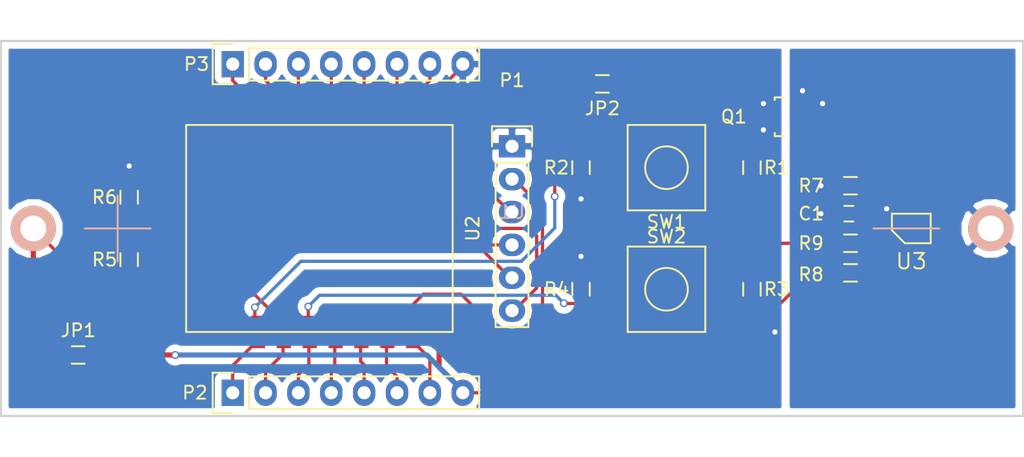
<source format=kicad_pcb>
(kicad_pcb (version 4) (host pcbnew 4.0.4+e1-6308~48~ubuntu14.04.1-stable)

  (general
    (links 57)
    (no_connects 0)
    (area 106.274999 86.406666 185.825001 121.873333)
    (thickness 1.6)
    (drawings 4)
    (tracks 209)
    (zones 0)
    (modules 21)
    (nets 25)
  )

  (page A4)
  (layers
    (0 F.Cu signal)
    (31 B.Cu signal)
    (32 B.Adhes user)
    (33 F.Adhes user)
    (34 B.Paste user)
    (35 F.Paste user)
    (36 B.SilkS user)
    (37 F.SilkS user)
    (38 B.Mask user)
    (39 F.Mask user)
    (40 Dwgs.User user)
    (41 Cmts.User user)
    (42 Eco1.User user)
    (43 Eco2.User user)
    (44 Edge.Cuts user)
    (45 Margin user)
    (46 B.CrtYd user)
    (47 F.CrtYd user)
    (48 B.Fab user)
    (49 F.Fab user)
  )

  (setup
    (last_trace_width 0.25)
    (trace_clearance 0.2)
    (zone_clearance 0.508)
    (zone_45_only no)
    (trace_min 0.2)
    (segment_width 0.2)
    (edge_width 0.15)
    (via_size 0.6)
    (via_drill 0.4)
    (via_min_size 0.4)
    (via_min_drill 0.3)
    (uvia_size 0.3)
    (uvia_drill 0.1)
    (uvias_allowed no)
    (uvia_min_size 0.2)
    (uvia_min_drill 0.1)
    (pcb_text_width 0.3)
    (pcb_text_size 1.5 1.5)
    (mod_edge_width 0.15)
    (mod_text_size 1 1)
    (mod_text_width 0.15)
    (pad_size 1.524 1.524)
    (pad_drill 0.762)
    (pad_to_mask_clearance 0.2)
    (aux_axis_origin 0 0)
    (visible_elements FFFEFFFF)
    (pcbplotparams
      (layerselection 0x010f0_80000001)
      (usegerberextensions false)
      (excludeedgelayer true)
      (linewidth 0.100000)
      (plotframeref false)
      (viasonmask false)
      (mode 1)
      (useauxorigin false)
      (hpglpennumber 1)
      (hpglpenspeed 20)
      (hpglpendiameter 15)
      (hpglpenoverlay 2)
      (psnegative false)
      (psa4output false)
      (plotreference true)
      (plotvalue true)
      (plotinvisibletext false)
      (padsonsilk false)
      (subtractmaskfromsilk false)
      (outputformat 1)
      (mirror false)
      (drillshape 0)
      (scaleselection 1)
      (outputdirectory gerbers/))
  )

  (net 0 "")
  (net 1 "Net-(C1-Pad1)")
  (net 2 VSS)
  (net 3 +BATT)
  (net 4 VCC)
  (net 5 /FTDI_VCC)
  (net 6 GND)
  (net 7 /FTDI_CTS)
  (net 8 /FTDI_TX)
  (net 9 /FTDI_RX)
  (net 10 /FTDI_RTS)
  (net 11 /RESET)
  (net 12 /VBAT_MON)
  (net 13 /CH_PD)
  (net 14 /WAKE)
  (net 15 /GPIO14)
  (net 16 /GPIO12)
  (net 17 /GPIO5)
  (net 18 /GPIO4)
  (net 19 /GPIO0)
  (net 20 /GPIO1)
  (net 21 "Net-(U3-Pad1)")
  (net 22 "Net-(U3-Pad2)")
  (net 23 /DOUT)
  (net 24 "Net-(R8-Pad2)")

  (net_class Default "This is the default net class."
    (clearance 0.2)
    (trace_width 0.25)
    (via_dia 0.6)
    (via_drill 0.4)
    (uvia_dia 0.3)
    (uvia_drill 0.1)
    (add_net /CH_PD)
    (add_net /DOUT)
    (add_net /FTDI_CTS)
    (add_net /FTDI_RTS)
    (add_net /FTDI_RX)
    (add_net /FTDI_TX)
    (add_net /FTDI_VCC)
    (add_net /GPIO0)
    (add_net /GPIO1)
    (add_net /GPIO12)
    (add_net /GPIO14)
    (add_net /GPIO4)
    (add_net /GPIO5)
    (add_net /RESET)
    (add_net /VBAT_MON)
    (add_net /WAKE)
    (add_net GND)
    (add_net "Net-(C1-Pad1)")
    (add_net "Net-(R8-Pad2)")
    (add_net "Net-(U3-Pad1)")
    (add_net "Net-(U3-Pad2)")
    (add_net VSS)
  )

  (net_class Power ""
    (clearance 0.2)
    (trace_width 0.4)
    (via_dia 0.6)
    (via_drill 0.4)
    (uvia_dia 0.3)
    (uvia_drill 0.1)
    (add_net +BATT)
    (add_net VCC)
  )

  (module NQBit.pretty:BATT_26650x1 locked (layer B.Cu) (tedit 56D7CA20) (tstamp 582C054B)
    (at 146.05 104.14)
    (path /58280284)
    (fp_text reference U1 (at 0 -1.27) (layer B.SilkS)
      (effects (font (size 1 1) (thickness 0.15)) (justify mirror))
    )
    (fp_text value BATT_26650x1 (at -33.401 -12.954) (layer B.Fab)
      (effects (font (size 1 1) (thickness 0.15)) (justify mirror))
    )
    (fp_line (start 27.94 0) (end 33.02 0) (layer B.SilkS) (width 0.15))
    (fp_line (start -33.02 0) (end -27.94 0) (layer B.SilkS) (width 0.15))
    (fp_line (start -30.48 2.54) (end -30.48 -2.54) (layer B.SilkS) (width 0.15))
    (fp_line (start -39.5 -14.5) (end -39.5 14.5) (layer B.SilkS) (width 0.15))
    (fp_line (start 39.5 -14.5) (end -39.5 -14.5) (layer B.SilkS) (width 0.15))
    (fp_line (start 39.5 14.5) (end 39.5 -14.5) (layer B.SilkS) (width 0.15))
    (fp_line (start -39.5 14.5) (end 39.5 14.5) (layer B.SilkS) (width 0.15))
    (pad 1 thru_hole circle (at -37 0) (size 3.5 3.5) (drill 2) (layers *.Cu *.Mask B.SilkS)
      (net 3 +BATT))
    (pad 2 thru_hole circle (at 37 0) (size 3.5 3.5) (drill 2) (layers *.Cu *.Mask B.SilkS)
      (net 2 VSS))
  )

  (module Capacitors_SMD:C_0603_HandSoldering (layer F.Cu) (tedit 541A9B4D) (tstamp 582C04CF)
    (at 172.085 102.997 180)
    (descr "Capacitor SMD 0603, hand soldering")
    (tags "capacitor 0603")
    (path /582BFC62)
    (attr smd)
    (fp_text reference C1 (at 2.921 0 180) (layer F.SilkS)
      (effects (font (size 1 1) (thickness 0.15)))
    )
    (fp_text value 0.1uF (at 0 1.9 180) (layer F.Fab)
      (effects (font (size 1 1) (thickness 0.15)))
    )
    (fp_line (start -0.8 0.4) (end -0.8 -0.4) (layer F.Fab) (width 0.15))
    (fp_line (start 0.8 0.4) (end -0.8 0.4) (layer F.Fab) (width 0.15))
    (fp_line (start 0.8 -0.4) (end 0.8 0.4) (layer F.Fab) (width 0.15))
    (fp_line (start -0.8 -0.4) (end 0.8 -0.4) (layer F.Fab) (width 0.15))
    (fp_line (start -1.85 -0.75) (end 1.85 -0.75) (layer F.CrtYd) (width 0.05))
    (fp_line (start -1.85 0.75) (end 1.85 0.75) (layer F.CrtYd) (width 0.05))
    (fp_line (start -1.85 -0.75) (end -1.85 0.75) (layer F.CrtYd) (width 0.05))
    (fp_line (start 1.85 -0.75) (end 1.85 0.75) (layer F.CrtYd) (width 0.05))
    (fp_line (start -0.35 -0.6) (end 0.35 -0.6) (layer F.SilkS) (width 0.15))
    (fp_line (start 0.35 0.6) (end -0.35 0.6) (layer F.SilkS) (width 0.15))
    (pad 1 smd rect (at -0.95 0 180) (size 1.2 0.75) (layers F.Cu F.Paste F.Mask)
      (net 1 "Net-(C1-Pad1)"))
    (pad 2 smd rect (at 0.95 0 180) (size 1.2 0.75) (layers F.Cu F.Paste F.Mask)
      (net 2 VSS))
    (model Capacitors_SMD.3dshapes/C_0603_HandSoldering.wrl
      (at (xyz 0 0 0))
      (scale (xyz 1 1 1))
      (rotate (xyz 0 0 0))
    )
  )

  (module Resistors_SMD:R_0603_HandSoldering (layer F.Cu) (tedit 5418A00F) (tstamp 582C04D5)
    (at 112.522 113.919)
    (descr "Resistor SMD 0603, hand soldering")
    (tags "resistor 0603")
    (path /5828485E)
    (attr smd)
    (fp_text reference JP1 (at 0 -1.9) (layer F.SilkS)
      (effects (font (size 1 1) (thickness 0.15)))
    )
    (fp_text value JUMPER (at 0 1.9) (layer F.Fab)
      (effects (font (size 1 1) (thickness 0.15)))
    )
    (fp_line (start -2 -0.8) (end 2 -0.8) (layer F.CrtYd) (width 0.05))
    (fp_line (start -2 0.8) (end 2 0.8) (layer F.CrtYd) (width 0.05))
    (fp_line (start -2 -0.8) (end -2 0.8) (layer F.CrtYd) (width 0.05))
    (fp_line (start 2 -0.8) (end 2 0.8) (layer F.CrtYd) (width 0.05))
    (fp_line (start 0.5 0.675) (end -0.5 0.675) (layer F.SilkS) (width 0.15))
    (fp_line (start -0.5 -0.675) (end 0.5 -0.675) (layer F.SilkS) (width 0.15))
    (pad 1 smd rect (at -1.1 0) (size 1.2 0.9) (layers F.Cu F.Paste F.Mask)
      (net 3 +BATT))
    (pad 2 smd rect (at 1.1 0) (size 1.2 0.9) (layers F.Cu F.Paste F.Mask)
      (net 4 VCC))
    (model Resistors_SMD.3dshapes/R_0603_HandSoldering.wrl
      (at (xyz 0 0 0))
      (scale (xyz 1 1 1))
      (rotate (xyz 0 0 0))
    )
  )

  (module Resistors_SMD:R_0603_HandSoldering (layer F.Cu) (tedit 5418A00F) (tstamp 582C04DB)
    (at 153.035 92.964 180)
    (descr "Resistor SMD 0603, hand soldering")
    (tags "resistor 0603")
    (path /58284C1A)
    (attr smd)
    (fp_text reference JP2 (at 0 -1.9 180) (layer F.SilkS)
      (effects (font (size 1 1) (thickness 0.15)))
    )
    (fp_text value JUMPER (at 0 1.9 180) (layer F.Fab)
      (effects (font (size 1 1) (thickness 0.15)))
    )
    (fp_line (start -2 -0.8) (end 2 -0.8) (layer F.CrtYd) (width 0.05))
    (fp_line (start -2 0.8) (end 2 0.8) (layer F.CrtYd) (width 0.05))
    (fp_line (start -2 -0.8) (end -2 0.8) (layer F.CrtYd) (width 0.05))
    (fp_line (start 2 -0.8) (end 2 0.8) (layer F.CrtYd) (width 0.05))
    (fp_line (start 0.5 0.675) (end -0.5 0.675) (layer F.SilkS) (width 0.15))
    (fp_line (start -0.5 -0.675) (end 0.5 -0.675) (layer F.SilkS) (width 0.15))
    (pad 1 smd rect (at -1.1 0 180) (size 1.2 0.9) (layers F.Cu F.Paste F.Mask)
      (net 4 VCC))
    (pad 2 smd rect (at 1.1 0 180) (size 1.2 0.9) (layers F.Cu F.Paste F.Mask)
      (net 5 /FTDI_VCC))
    (model Resistors_SMD.3dshapes/R_0603_HandSoldering.wrl
      (at (xyz 0 0 0))
      (scale (xyz 1 1 1))
      (rotate (xyz 0 0 0))
    )
  )

  (module Pin_Headers:Pin_Header_Straight_1x06 (layer F.Cu) (tedit 0) (tstamp 582C04E5)
    (at 146.05 97.79)
    (descr "Through hole pin header")
    (tags "pin header")
    (path /582828F5)
    (fp_text reference P1 (at 0 -5.1) (layer F.SilkS)
      (effects (font (size 1 1) (thickness 0.15)))
    )
    (fp_text value CONN_01X06 (at 0 -3.1) (layer F.Fab)
      (effects (font (size 1 1) (thickness 0.15)))
    )
    (fp_line (start -1.75 -1.75) (end -1.75 14.45) (layer F.CrtYd) (width 0.05))
    (fp_line (start 1.75 -1.75) (end 1.75 14.45) (layer F.CrtYd) (width 0.05))
    (fp_line (start -1.75 -1.75) (end 1.75 -1.75) (layer F.CrtYd) (width 0.05))
    (fp_line (start -1.75 14.45) (end 1.75 14.45) (layer F.CrtYd) (width 0.05))
    (fp_line (start 1.27 1.27) (end 1.27 13.97) (layer F.SilkS) (width 0.15))
    (fp_line (start 1.27 13.97) (end -1.27 13.97) (layer F.SilkS) (width 0.15))
    (fp_line (start -1.27 13.97) (end -1.27 1.27) (layer F.SilkS) (width 0.15))
    (fp_line (start 1.55 -1.55) (end 1.55 0) (layer F.SilkS) (width 0.15))
    (fp_line (start 1.27 1.27) (end -1.27 1.27) (layer F.SilkS) (width 0.15))
    (fp_line (start -1.55 0) (end -1.55 -1.55) (layer F.SilkS) (width 0.15))
    (fp_line (start -1.55 -1.55) (end 1.55 -1.55) (layer F.SilkS) (width 0.15))
    (pad 1 thru_hole rect (at 0 0) (size 2.032 1.7272) (drill 1.016) (layers *.Cu *.Mask)
      (net 6 GND))
    (pad 2 thru_hole oval (at 0 2.54) (size 2.032 1.7272) (drill 1.016) (layers *.Cu *.Mask)
      (net 7 /FTDI_CTS))
    (pad 3 thru_hole oval (at 0 5.08) (size 2.032 1.7272) (drill 1.016) (layers *.Cu *.Mask)
      (net 5 /FTDI_VCC))
    (pad 4 thru_hole oval (at 0 7.62) (size 2.032 1.7272) (drill 1.016) (layers *.Cu *.Mask)
      (net 8 /FTDI_TX))
    (pad 5 thru_hole oval (at 0 10.16) (size 2.032 1.7272) (drill 1.016) (layers *.Cu *.Mask)
      (net 9 /FTDI_RX))
    (pad 6 thru_hole oval (at 0 12.7) (size 2.032 1.7272) (drill 1.016) (layers *.Cu *.Mask)
      (net 10 /FTDI_RTS))
    (model Pin_Headers.3dshapes/Pin_Header_Straight_1x06.wrl
      (at (xyz 0 -0.25 0))
      (scale (xyz 1 1 1))
      (rotate (xyz 0 0 90))
    )
  )

  (module Pin_Headers:Pin_Header_Straight_1x08 (layer F.Cu) (tedit 0) (tstamp 582C04F1)
    (at 124.46 116.84 90)
    (descr "Through hole pin header")
    (tags "pin header")
    (path /582839AE)
    (fp_text reference P2 (at 0 -2.921 180) (layer F.SilkS)
      (effects (font (size 1 1) (thickness 0.15)))
    )
    (fp_text value CONN_01X08 (at 0 -3.1 90) (layer F.Fab)
      (effects (font (size 1 1) (thickness 0.15)))
    )
    (fp_line (start -1.75 -1.75) (end -1.75 19.55) (layer F.CrtYd) (width 0.05))
    (fp_line (start 1.75 -1.75) (end 1.75 19.55) (layer F.CrtYd) (width 0.05))
    (fp_line (start -1.75 -1.75) (end 1.75 -1.75) (layer F.CrtYd) (width 0.05))
    (fp_line (start -1.75 19.55) (end 1.75 19.55) (layer F.CrtYd) (width 0.05))
    (fp_line (start 1.27 1.27) (end 1.27 19.05) (layer F.SilkS) (width 0.15))
    (fp_line (start 1.27 19.05) (end -1.27 19.05) (layer F.SilkS) (width 0.15))
    (fp_line (start -1.27 19.05) (end -1.27 1.27) (layer F.SilkS) (width 0.15))
    (fp_line (start 1.55 -1.55) (end 1.55 0) (layer F.SilkS) (width 0.15))
    (fp_line (start 1.27 1.27) (end -1.27 1.27) (layer F.SilkS) (width 0.15))
    (fp_line (start -1.55 0) (end -1.55 -1.55) (layer F.SilkS) (width 0.15))
    (fp_line (start -1.55 -1.55) (end 1.55 -1.55) (layer F.SilkS) (width 0.15))
    (pad 1 thru_hole rect (at 0 0 90) (size 2.032 1.7272) (drill 1.016) (layers *.Cu *.Mask)
      (net 11 /RESET))
    (pad 2 thru_hole oval (at 0 2.54 90) (size 2.032 1.7272) (drill 1.016) (layers *.Cu *.Mask)
      (net 12 /VBAT_MON))
    (pad 3 thru_hole oval (at 0 5.08 90) (size 2.032 1.7272) (drill 1.016) (layers *.Cu *.Mask)
      (net 13 /CH_PD))
    (pad 4 thru_hole oval (at 0 7.62 90) (size 2.032 1.7272) (drill 1.016) (layers *.Cu *.Mask)
      (net 14 /WAKE))
    (pad 5 thru_hole oval (at 0 10.16 90) (size 2.032 1.7272) (drill 1.016) (layers *.Cu *.Mask)
      (net 15 /GPIO14))
    (pad 6 thru_hole oval (at 0 12.7 90) (size 2.032 1.7272) (drill 1.016) (layers *.Cu *.Mask)
      (net 16 /GPIO12))
    (pad 7 thru_hole oval (at 0 15.24 90) (size 2.032 1.7272) (drill 1.016) (layers *.Cu *.Mask)
      (net 7 /FTDI_CTS))
    (pad 8 thru_hole oval (at 0 17.78 90) (size 2.032 1.7272) (drill 1.016) (layers *.Cu *.Mask)
      (net 4 VCC))
    (model Pin_Headers.3dshapes/Pin_Header_Straight_1x08.wrl
      (at (xyz 0 -0.35 0))
      (scale (xyz 1 1 1))
      (rotate (xyz 0 0 90))
    )
  )

  (module Pin_Headers:Pin_Header_Straight_1x08 (layer F.Cu) (tedit 0) (tstamp 582C04FD)
    (at 124.46 91.44 90)
    (descr "Through hole pin header")
    (tags "pin header")
    (path /58283C3D)
    (fp_text reference P3 (at 0 -2.794 180) (layer F.SilkS)
      (effects (font (size 1 1) (thickness 0.15)))
    )
    (fp_text value CONN_01X08 (at 0 -3.1 90) (layer F.Fab)
      (effects (font (size 1 1) (thickness 0.15)))
    )
    (fp_line (start -1.75 -1.75) (end -1.75 19.55) (layer F.CrtYd) (width 0.05))
    (fp_line (start 1.75 -1.75) (end 1.75 19.55) (layer F.CrtYd) (width 0.05))
    (fp_line (start -1.75 -1.75) (end 1.75 -1.75) (layer F.CrtYd) (width 0.05))
    (fp_line (start -1.75 19.55) (end 1.75 19.55) (layer F.CrtYd) (width 0.05))
    (fp_line (start 1.27 1.27) (end 1.27 19.05) (layer F.SilkS) (width 0.15))
    (fp_line (start 1.27 19.05) (end -1.27 19.05) (layer F.SilkS) (width 0.15))
    (fp_line (start -1.27 19.05) (end -1.27 1.27) (layer F.SilkS) (width 0.15))
    (fp_line (start 1.55 -1.55) (end 1.55 0) (layer F.SilkS) (width 0.15))
    (fp_line (start 1.27 1.27) (end -1.27 1.27) (layer F.SilkS) (width 0.15))
    (fp_line (start -1.55 0) (end -1.55 -1.55) (layer F.SilkS) (width 0.15))
    (fp_line (start -1.55 -1.55) (end 1.55 -1.55) (layer F.SilkS) (width 0.15))
    (pad 1 thru_hole rect (at 0 0 90) (size 2.032 1.7272) (drill 1.016) (layers *.Cu *.Mask)
      (net 9 /FTDI_RX))
    (pad 2 thru_hole oval (at 0 2.54 90) (size 2.032 1.7272) (drill 1.016) (layers *.Cu *.Mask)
      (net 8 /FTDI_TX))
    (pad 3 thru_hole oval (at 0 5.08 90) (size 2.032 1.7272) (drill 1.016) (layers *.Cu *.Mask)
      (net 17 /GPIO5))
    (pad 4 thru_hole oval (at 0 7.62 90) (size 2.032 1.7272) (drill 1.016) (layers *.Cu *.Mask)
      (net 18 /GPIO4))
    (pad 5 thru_hole oval (at 0 10.16 90) (size 2.032 1.7272) (drill 1.016) (layers *.Cu *.Mask)
      (net 19 /GPIO0))
    (pad 6 thru_hole oval (at 0 12.7 90) (size 2.032 1.7272) (drill 1.016) (layers *.Cu *.Mask)
      (net 20 /GPIO1))
    (pad 7 thru_hole oval (at 0 15.24 90) (size 2.032 1.7272) (drill 1.016) (layers *.Cu *.Mask)
      (net 10 /FTDI_RTS))
    (pad 8 thru_hole oval (at 0 17.78 90) (size 2.032 1.7272) (drill 1.016) (layers *.Cu *.Mask)
      (net 6 GND))
    (model Pin_Headers.3dshapes/Pin_Header_Straight_1x08.wrl
      (at (xyz 0 -0.35 0))
      (scale (xyz 1 1 1))
      (rotate (xyz 0 0 90))
    )
  )

  (module TO_SOT_Packages_SMD:SOT-23_Handsoldering (layer F.Cu) (tedit 54E9291B) (tstamp 582C0504)
    (at 167.005 95.504 90)
    (descr "SOT-23, Handsoldering")
    (tags SOT-23)
    (path /582C0AA8)
    (attr smd)
    (fp_text reference Q1 (at 0 -3.81 180) (layer F.SilkS)
      (effects (font (size 1 1) (thickness 0.15)))
    )
    (fp_text value MMBF170 (at 0 3.81 90) (layer F.Fab)
      (effects (font (size 1 1) (thickness 0.15)))
    )
    (fp_line (start -1.49982 0.0508) (end -1.49982 -0.65024) (layer F.SilkS) (width 0.15))
    (fp_line (start -1.49982 -0.65024) (end -1.2509 -0.65024) (layer F.SilkS) (width 0.15))
    (fp_line (start 1.29916 -0.65024) (end 1.49982 -0.65024) (layer F.SilkS) (width 0.15))
    (fp_line (start 1.49982 -0.65024) (end 1.49982 0.0508) (layer F.SilkS) (width 0.15))
    (pad 1 smd rect (at -0.95 1.50114 90) (size 0.8001 1.80086) (layers F.Cu F.Paste F.Mask)
      (net 23 /DOUT))
    (pad 2 smd rect (at 0.95 1.50114 90) (size 0.8001 1.80086) (layers F.Cu F.Paste F.Mask)
      (net 2 VSS))
    (pad 3 smd rect (at 0 -1.50114 90) (size 0.8001 1.80086) (layers F.Cu F.Paste F.Mask)
      (net 6 GND))
    (model TO_SOT_Packages_SMD.3dshapes/SOT-23_Handsoldering.wrl
      (at (xyz 0 0 0))
      (scale (xyz 1 1 1))
      (rotate (xyz 0 0 0))
    )
  )

  (module Resistors_SMD:R_0603_HandSoldering (layer F.Cu) (tedit 5418A00F) (tstamp 582C050A)
    (at 164.592 99.441 90)
    (descr "Resistor SMD 0603, hand soldering")
    (tags "resistor 0603")
    (path /58280E37)
    (attr smd)
    (fp_text reference R1 (at 0 1.905 180) (layer F.SilkS)
      (effects (font (size 1 1) (thickness 0.15)))
    )
    (fp_text value 10k (at 0 1.9 90) (layer F.Fab)
      (effects (font (size 1 1) (thickness 0.15)))
    )
    (fp_line (start -2 -0.8) (end 2 -0.8) (layer F.CrtYd) (width 0.05))
    (fp_line (start -2 0.8) (end 2 0.8) (layer F.CrtYd) (width 0.05))
    (fp_line (start -2 -0.8) (end -2 0.8) (layer F.CrtYd) (width 0.05))
    (fp_line (start 2 -0.8) (end 2 0.8) (layer F.CrtYd) (width 0.05))
    (fp_line (start 0.5 0.675) (end -0.5 0.675) (layer F.SilkS) (width 0.15))
    (fp_line (start -0.5 -0.675) (end 0.5 -0.675) (layer F.SilkS) (width 0.15))
    (pad 1 smd rect (at -1.1 0 90) (size 1.2 0.9) (layers F.Cu F.Paste F.Mask)
      (net 4 VCC))
    (pad 2 smd rect (at 1.1 0 90) (size 1.2 0.9) (layers F.Cu F.Paste F.Mask)
      (net 11 /RESET))
    (model Resistors_SMD.3dshapes/R_0603_HandSoldering.wrl
      (at (xyz 0 0 0))
      (scale (xyz 1 1 1))
      (rotate (xyz 0 0 0))
    )
  )

  (module Resistors_SMD:R_0603_HandSoldering (layer F.Cu) (tedit 5418A00F) (tstamp 582C0510)
    (at 151.384 99.441 270)
    (descr "Resistor SMD 0603, hand soldering")
    (tags "resistor 0603")
    (path /582D5246)
    (attr smd)
    (fp_text reference R2 (at 0 1.905 360) (layer F.SilkS)
      (effects (font (size 1 1) (thickness 0.15)))
    )
    (fp_text value 10k (at 0 1.9 270) (layer F.Fab)
      (effects (font (size 1 1) (thickness 0.15)))
    )
    (fp_line (start -2 -0.8) (end 2 -0.8) (layer F.CrtYd) (width 0.05))
    (fp_line (start -2 0.8) (end 2 0.8) (layer F.CrtYd) (width 0.05))
    (fp_line (start -2 -0.8) (end -2 0.8) (layer F.CrtYd) (width 0.05))
    (fp_line (start 2 -0.8) (end 2 0.8) (layer F.CrtYd) (width 0.05))
    (fp_line (start 0.5 0.675) (end -0.5 0.675) (layer F.SilkS) (width 0.15))
    (fp_line (start -0.5 -0.675) (end 0.5 -0.675) (layer F.SilkS) (width 0.15))
    (pad 1 smd rect (at -1.1 0 270) (size 1.2 0.9) (layers F.Cu F.Paste F.Mask)
      (net 11 /RESET))
    (pad 2 smd rect (at 1.1 0 270) (size 1.2 0.9) (layers F.Cu F.Paste F.Mask)
      (net 6 GND))
    (model Resistors_SMD.3dshapes/R_0603_HandSoldering.wrl
      (at (xyz 0 0 0))
      (scale (xyz 1 1 1))
      (rotate (xyz 0 0 0))
    )
  )

  (module Resistors_SMD:R_0603_HandSoldering (layer F.Cu) (tedit 5418A00F) (tstamp 582C0516)
    (at 164.592 108.839 270)
    (descr "Resistor SMD 0603, hand soldering")
    (tags "resistor 0603")
    (path /58281904)
    (attr smd)
    (fp_text reference R3 (at 0 -1.905 360) (layer F.SilkS)
      (effects (font (size 1 1) (thickness 0.15)))
    )
    (fp_text value 10k (at 0 1.9 270) (layer F.Fab)
      (effects (font (size 1 1) (thickness 0.15)))
    )
    (fp_line (start -2 -0.8) (end 2 -0.8) (layer F.CrtYd) (width 0.05))
    (fp_line (start -2 0.8) (end 2 0.8) (layer F.CrtYd) (width 0.05))
    (fp_line (start -2 -0.8) (end -2 0.8) (layer F.CrtYd) (width 0.05))
    (fp_line (start 2 -0.8) (end 2 0.8) (layer F.CrtYd) (width 0.05))
    (fp_line (start 0.5 0.675) (end -0.5 0.675) (layer F.SilkS) (width 0.15))
    (fp_line (start -0.5 -0.675) (end 0.5 -0.675) (layer F.SilkS) (width 0.15))
    (pad 1 smd rect (at -1.1 0 270) (size 1.2 0.9) (layers F.Cu F.Paste F.Mask)
      (net 4 VCC))
    (pad 2 smd rect (at 1.1 0 270) (size 1.2 0.9) (layers F.Cu F.Paste F.Mask)
      (net 13 /CH_PD))
    (model Resistors_SMD.3dshapes/R_0603_HandSoldering.wrl
      (at (xyz 0 0 0))
      (scale (xyz 1 1 1))
      (rotate (xyz 0 0 0))
    )
  )

  (module Resistors_SMD:R_0603_HandSoldering (layer F.Cu) (tedit 5418A00F) (tstamp 582C051C)
    (at 151.384 108.839 90)
    (descr "Resistor SMD 0603, hand soldering")
    (tags "resistor 0603")
    (path /582D47FD)
    (attr smd)
    (fp_text reference R4 (at 0 -1.9 180) (layer F.SilkS)
      (effects (font (size 1 1) (thickness 0.15)))
    )
    (fp_text value 10k (at 0 1.9 90) (layer F.Fab)
      (effects (font (size 1 1) (thickness 0.15)))
    )
    (fp_line (start -2 -0.8) (end 2 -0.8) (layer F.CrtYd) (width 0.05))
    (fp_line (start -2 0.8) (end 2 0.8) (layer F.CrtYd) (width 0.05))
    (fp_line (start -2 -0.8) (end -2 0.8) (layer F.CrtYd) (width 0.05))
    (fp_line (start 2 -0.8) (end 2 0.8) (layer F.CrtYd) (width 0.05))
    (fp_line (start 0.5 0.675) (end -0.5 0.675) (layer F.SilkS) (width 0.15))
    (fp_line (start -0.5 -0.675) (end 0.5 -0.675) (layer F.SilkS) (width 0.15))
    (pad 1 smd rect (at -1.1 0 90) (size 1.2 0.9) (layers F.Cu F.Paste F.Mask)
      (net 13 /CH_PD))
    (pad 2 smd rect (at 1.1 0 90) (size 1.2 0.9) (layers F.Cu F.Paste F.Mask)
      (net 6 GND))
    (model Resistors_SMD.3dshapes/R_0603_HandSoldering.wrl
      (at (xyz 0 0 0))
      (scale (xyz 1 1 1))
      (rotate (xyz 0 0 0))
    )
  )

  (module Resistors_SMD:R_0603_HandSoldering (layer F.Cu) (tedit 5418A00F) (tstamp 582C0522)
    (at 116.459 106.553 90)
    (descr "Resistor SMD 0603, hand soldering")
    (tags "resistor 0603")
    (path /58281EB3)
    (attr smd)
    (fp_text reference R5 (at 0 -1.9 180) (layer F.SilkS)
      (effects (font (size 1 1) (thickness 0.15)))
    )
    (fp_text value 260k (at 0 1.9 90) (layer F.Fab)
      (effects (font (size 1 1) (thickness 0.15)))
    )
    (fp_line (start -2 -0.8) (end 2 -0.8) (layer F.CrtYd) (width 0.05))
    (fp_line (start -2 0.8) (end 2 0.8) (layer F.CrtYd) (width 0.05))
    (fp_line (start -2 -0.8) (end -2 0.8) (layer F.CrtYd) (width 0.05))
    (fp_line (start 2 -0.8) (end 2 0.8) (layer F.CrtYd) (width 0.05))
    (fp_line (start 0.5 0.675) (end -0.5 0.675) (layer F.SilkS) (width 0.15))
    (fp_line (start -0.5 -0.675) (end 0.5 -0.675) (layer F.SilkS) (width 0.15))
    (pad 1 smd rect (at -1.1 0 90) (size 1.2 0.9) (layers F.Cu F.Paste F.Mask)
      (net 3 +BATT))
    (pad 2 smd rect (at 1.1 0 90) (size 1.2 0.9) (layers F.Cu F.Paste F.Mask)
      (net 12 /VBAT_MON))
    (model Resistors_SMD.3dshapes/R_0603_HandSoldering.wrl
      (at (xyz 0 0 0))
      (scale (xyz 1 1 1))
      (rotate (xyz 0 0 0))
    )
  )

  (module Resistors_SMD:R_0603_HandSoldering (layer F.Cu) (tedit 5418A00F) (tstamp 582C0528)
    (at 116.459 101.727 90)
    (descr "Resistor SMD 0603, hand soldering")
    (tags "resistor 0603")
    (path /58281EFE)
    (attr smd)
    (fp_text reference R6 (at 0 -1.9 180) (layer F.SilkS)
      (effects (font (size 1 1) (thickness 0.15)))
    )
    (fp_text value 100k (at 0 1.9 90) (layer F.Fab)
      (effects (font (size 1 1) (thickness 0.15)))
    )
    (fp_line (start -2 -0.8) (end 2 -0.8) (layer F.CrtYd) (width 0.05))
    (fp_line (start -2 0.8) (end 2 0.8) (layer F.CrtYd) (width 0.05))
    (fp_line (start -2 -0.8) (end -2 0.8) (layer F.CrtYd) (width 0.05))
    (fp_line (start 2 -0.8) (end 2 0.8) (layer F.CrtYd) (width 0.05))
    (fp_line (start 0.5 0.675) (end -0.5 0.675) (layer F.SilkS) (width 0.15))
    (fp_line (start -0.5 -0.675) (end 0.5 -0.675) (layer F.SilkS) (width 0.15))
    (pad 1 smd rect (at -1.1 0 90) (size 1.2 0.9) (layers F.Cu F.Paste F.Mask)
      (net 12 /VBAT_MON))
    (pad 2 smd rect (at 1.1 0 90) (size 1.2 0.9) (layers F.Cu F.Paste F.Mask)
      (net 6 GND))
    (model Resistors_SMD.3dshapes/R_0603_HandSoldering.wrl
      (at (xyz 0 0 0))
      (scale (xyz 1 1 1))
      (rotate (xyz 0 0 0))
    )
  )

  (module Resistors_SMD:R_0603_HandSoldering (layer F.Cu) (tedit 5418A00F) (tstamp 582C052E)
    (at 172.212 100.838 180)
    (descr "Resistor SMD 0603, hand soldering")
    (tags "resistor 0603")
    (path /582C103B)
    (attr smd)
    (fp_text reference R7 (at 3.048 0 180) (layer F.SilkS)
      (effects (font (size 1 1) (thickness 0.15)))
    )
    (fp_text value 5.1M (at 0 1.9 180) (layer F.Fab)
      (effects (font (size 1 1) (thickness 0.15)))
    )
    (fp_line (start -2 -0.8) (end 2 -0.8) (layer F.CrtYd) (width 0.05))
    (fp_line (start -2 0.8) (end 2 0.8) (layer F.CrtYd) (width 0.05))
    (fp_line (start -2 -0.8) (end -2 0.8) (layer F.CrtYd) (width 0.05))
    (fp_line (start 2 -0.8) (end 2 0.8) (layer F.CrtYd) (width 0.05))
    (fp_line (start 0.5 0.675) (end -0.5 0.675) (layer F.SilkS) (width 0.15))
    (fp_line (start -0.5 -0.675) (end 0.5 -0.675) (layer F.SilkS) (width 0.15))
    (pad 1 smd rect (at -1.1 0 180) (size 1.2 0.9) (layers F.Cu F.Paste F.Mask)
      (net 23 /DOUT))
    (pad 2 smd rect (at 1.1 0 180) (size 1.2 0.9) (layers F.Cu F.Paste F.Mask)
      (net 2 VSS))
    (model Resistors_SMD.3dshapes/R_0603_HandSoldering.wrl
      (at (xyz 0 0 0))
      (scale (xyz 1 1 1))
      (rotate (xyz 0 0 0))
    )
  )

  (module NQBit.pretty:WFDFN-6 (layer F.Cu) (tedit 582BF272) (tstamp 582C0572)
    (at 176.911 104.14 90)
    (path /582BF509)
    (fp_text reference U3 (at -2.54 0 180) (layer F.SilkS)
      (effects (font (size 1.2 1.2) (thickness 0.15)))
    )
    (fp_text value BQ29705 (at 0 -2.8 90) (layer F.Fab)
      (effects (font (size 1.2 1.2) (thickness 0.15)))
    )
    (fp_line (start -0.14 -1.5) (end -1.14 -0.5) (layer F.SilkS) (width 0.15))
    (fp_line (start -1.14 -0.5) (end -1.14 1.5) (layer F.SilkS) (width 0.15))
    (fp_line (start -1.14 1.5) (end 1.14 1.5) (layer F.SilkS) (width 0.15))
    (fp_line (start 1.14 1.5) (end 1.14 -1.5) (layer F.SilkS) (width 0.15))
    (fp_line (start 1.14 -1.5) (end -0.14 -1.5) (layer F.SilkS) (width 0.15))
    (pad 6 smd rect (at -0.5 -0.575 90) (size 0.28 0.85) (layers F.Cu F.Paste F.Mask)
      (net 24 "Net-(R8-Pad2)"))
    (pad 1 smd rect (at -0.5 0.575 90) (size 0.28 0.85) (layers F.Cu F.Paste F.Mask)
      (net 21 "Net-(U3-Pad1)"))
    (pad 5 smd rect (at 0 -0.575 90) (size 0.28 0.85) (layers F.Cu F.Paste F.Mask)
      (net 1 "Net-(C1-Pad1)"))
    (pad 2 smd rect (at 0 0.575 90) (size 0.28 0.85) (layers F.Cu F.Paste F.Mask)
      (net 22 "Net-(U3-Pad2)"))
    (pad 4 smd rect (at 0.5 -0.575 90) (size 0.28 0.85) (layers F.Cu F.Paste F.Mask)
      (net 2 VSS))
    (pad 3 smd rect (at 0.5 0.575 90) (size 0.28 0.85) (layers F.Cu F.Paste F.Mask)
      (net 23 /DOUT))
  )

  (module Resistors_SMD:R_0603_HandSoldering (layer F.Cu) (tedit 5418A00F) (tstamp 582D471F)
    (at 172.212 107.569)
    (descr "Resistor SMD 0603, hand soldering")
    (tags "resistor 0603")
    (path /582BF909)
    (attr smd)
    (fp_text reference R8 (at -3.048 0.127) (layer F.SilkS)
      (effects (font (size 1 1) (thickness 0.15)))
    )
    (fp_text value 2.2k (at 0 1.9) (layer F.Fab)
      (effects (font (size 1 1) (thickness 0.15)))
    )
    (fp_line (start -2 -0.8) (end 2 -0.8) (layer F.CrtYd) (width 0.05))
    (fp_line (start -2 0.8) (end 2 0.8) (layer F.CrtYd) (width 0.05))
    (fp_line (start -2 -0.8) (end -2 0.8) (layer F.CrtYd) (width 0.05))
    (fp_line (start 2 -0.8) (end 2 0.8) (layer F.CrtYd) (width 0.05))
    (fp_line (start 0.5 0.675) (end -0.5 0.675) (layer F.SilkS) (width 0.15))
    (fp_line (start -0.5 -0.675) (end 0.5 -0.675) (layer F.SilkS) (width 0.15))
    (pad 1 smd rect (at -1.1 0) (size 1.2 0.9) (layers F.Cu F.Paste F.Mask)
      (net 6 GND))
    (pad 2 smd rect (at 1.1 0) (size 1.2 0.9) (layers F.Cu F.Paste F.Mask)
      (net 24 "Net-(R8-Pad2)"))
    (model Resistors_SMD.3dshapes/R_0603_HandSoldering.wrl
      (at (xyz 0 0 0))
      (scale (xyz 1 1 1))
      (rotate (xyz 0 0 0))
    )
  )

  (module Resistors_SMD:R_0603_HandSoldering (layer F.Cu) (tedit 5418A00F) (tstamp 582D4725)
    (at 172.212 105.283)
    (descr "Resistor SMD 0603, hand soldering")
    (tags "resistor 0603")
    (path /582BFABD)
    (attr smd)
    (fp_text reference R9 (at -3.048 0) (layer F.SilkS)
      (effects (font (size 1 1) (thickness 0.15)))
    )
    (fp_text value 330 (at 0 1.9) (layer F.Fab)
      (effects (font (size 1 1) (thickness 0.15)))
    )
    (fp_line (start -2 -0.8) (end 2 -0.8) (layer F.CrtYd) (width 0.05))
    (fp_line (start -2 0.8) (end 2 0.8) (layer F.CrtYd) (width 0.05))
    (fp_line (start -2 -0.8) (end -2 0.8) (layer F.CrtYd) (width 0.05))
    (fp_line (start 2 -0.8) (end 2 0.8) (layer F.CrtYd) (width 0.05))
    (fp_line (start 0.5 0.675) (end -0.5 0.675) (layer F.SilkS) (width 0.15))
    (fp_line (start -0.5 -0.675) (end 0.5 -0.675) (layer F.SilkS) (width 0.15))
    (pad 1 smd rect (at -1.1 0) (size 1.2 0.9) (layers F.Cu F.Paste F.Mask)
      (net 4 VCC))
    (pad 2 smd rect (at 1.1 0) (size 1.2 0.9) (layers F.Cu F.Paste F.Mask)
      (net 1 "Net-(C1-Pad1)"))
    (model Resistors_SMD.3dshapes/R_0603_HandSoldering.wrl
      (at (xyz 0 0 0))
      (scale (xyz 1 1 1))
      (rotate (xyz 0 0 0))
    )
  )

  (module NQBit.pretty:B3S-1000P (layer F.Cu) (tedit 582D3EC1) (tstamp 582D474A)
    (at 157.988 99.441)
    (path /58280D68)
    (fp_text reference SW1 (at 0 4.191) (layer F.SilkS)
      (effects (font (size 1 1) (thickness 0.15)))
    )
    (fp_text value SW_PUSH (at 0 0) (layer F.Fab)
      (effects (font (size 1 1) (thickness 0.15)))
    )
    (fp_circle (center 0 0) (end 0 -1.65) (layer F.SilkS) (width 0.15))
    (fp_line (start -3 -3.3) (end 3 -3.3) (layer F.SilkS) (width 0.15))
    (fp_line (start -3 3.3) (end -3 -3.3) (layer F.SilkS) (width 0.15))
    (fp_line (start 3 3.3) (end -3 3.3) (layer F.SilkS) (width 0.15))
    (fp_line (start 3 -3.3) (end 3 3.3) (layer F.SilkS) (width 0.15))
    (pad 1 connect rect (at 3.975 2.25) (size 1.55 1.3) (layers F.Cu F.Mask)
      (net 6 GND))
    (pad 1 connect rect (at -3.975 2.25) (size 1.55 1.3) (layers F.Cu F.Mask)
      (net 6 GND))
    (pad 2 connect rect (at 3.975 -2.25) (size 1.55 1.3) (layers F.Cu F.Mask)
      (net 11 /RESET))
    (pad 2 connect rect (at -3.975 -2.25) (size 1.55 1.3) (layers F.Cu F.Mask)
      (net 11 /RESET))
  )

  (module NQBit.pretty:B3S-1000P (layer F.Cu) (tedit 582D3EC1) (tstamp 582D4756)
    (at 157.988 108.839 180)
    (path /582D5562)
    (fp_text reference SW2 (at 0 4.064 180) (layer F.SilkS)
      (effects (font (size 1 1) (thickness 0.15)))
    )
    (fp_text value SW_PUSH (at -2.921 -0.127 180) (layer F.Fab)
      (effects (font (size 1 1) (thickness 0.15)))
    )
    (fp_circle (center 0 0) (end 0 -1.65) (layer F.SilkS) (width 0.15))
    (fp_line (start -3 -3.3) (end 3 -3.3) (layer F.SilkS) (width 0.15))
    (fp_line (start -3 3.3) (end -3 -3.3) (layer F.SilkS) (width 0.15))
    (fp_line (start 3 3.3) (end -3 3.3) (layer F.SilkS) (width 0.15))
    (fp_line (start 3 -3.3) (end 3 3.3) (layer F.SilkS) (width 0.15))
    (pad 1 connect rect (at 3.975 2.25 180) (size 1.55 1.3) (layers F.Cu F.Mask)
      (net 6 GND))
    (pad 1 connect rect (at -3.975 2.25 180) (size 1.55 1.3) (layers F.Cu F.Mask)
      (net 6 GND))
    (pad 2 connect rect (at 3.975 -2.25 180) (size 1.55 1.3) (layers F.Cu F.Mask)
      (net 13 /CH_PD))
    (pad 2 connect rect (at -3.975 -2.25 180) (size 1.55 1.3) (layers F.Cu F.Mask)
      (net 13 /CH_PD))
  )

  (module NQBit.pretty:ESP8266_07 (layer F.Cu) (tedit 583B64C3) (tstamp 583B71BC)
    (at 133.4135 104.14 90)
    (path /58280AF8)
    (fp_text reference U2 (at 0 9.6 90) (layer F.SilkS)
      (effects (font (size 1 1) (thickness 0.15)))
    )
    (fp_text value ESP8266_07 (at 0 -10.5 90) (layer F.Fab)
      (effects (font (size 1 1) (thickness 0.15)))
    )
    (fp_line (start -8 8.05) (end 8 8.05) (layer F.SilkS) (width 0.15))
    (fp_line (start 8 8.05) (end 8 -12.55) (layer F.SilkS) (width 0.15))
    (fp_line (start 8 -12.55) (end -8 -12.55) (layer F.SilkS) (width 0.15))
    (fp_line (start -8 -12.55) (end -8 8.05) (layer F.SilkS) (width 0.15))
    (pad 1 smd rect (at -8 -7 90) (size 2.5 1.1) (layers F.Cu F.Paste F.Mask)
      (net 11 /RESET))
    (pad 2 smd rect (at -8 -5 90) (size 2.5 1.1) (layers F.Cu F.Paste F.Mask)
      (net 12 /VBAT_MON))
    (pad 3 smd rect (at -8 -3 90) (size 2.5 1.1) (layers F.Cu F.Paste F.Mask)
      (net 13 /CH_PD))
    (pad 4 smd rect (at -8 -1 90) (size 2.5 1.1) (layers F.Cu F.Paste F.Mask)
      (net 14 /WAKE))
    (pad 5 smd rect (at -8 1 90) (size 2.5 1.1) (layers F.Cu F.Paste F.Mask)
      (net 15 /GPIO14))
    (pad 6 smd rect (at -8 3 90) (size 2.5 1.1) (layers F.Cu F.Paste F.Mask)
      (net 16 /GPIO12))
    (pad 7 smd rect (at -8 5 90) (size 2.5 1.1) (layers F.Cu F.Paste F.Mask)
      (net 7 /FTDI_CTS))
    (pad 8 smd rect (at -8 7 90) (size 2.5 1.1) (layers F.Cu F.Paste F.Mask)
      (net 4 VCC))
    (pad 9 smd rect (at 8 7 90) (size 2.5 1.1) (layers F.Cu F.Paste F.Mask)
      (net 6 GND))
    (pad 10 smd rect (at 8 5 90) (size 2.5 1.1) (layers F.Cu F.Paste F.Mask)
      (net 10 /FTDI_RTS))
    (pad 11 smd rect (at 8 3 90) (size 2.5 1.1) (layers F.Cu F.Paste F.Mask)
      (net 20 /GPIO1))
    (pad 12 smd rect (at 8 1 90) (size 2.5 1.1) (layers F.Cu F.Paste F.Mask)
      (net 19 /GPIO0))
    (pad 13 smd rect (at 8 -1 90) (size 2.5 1.1) (layers F.Cu F.Paste F.Mask)
      (net 18 /GPIO4))
    (pad 14 smd rect (at 8 -3 90) (size 2.5 1.1) (layers F.Cu F.Paste F.Mask)
      (net 17 /GPIO5))
    (pad 15 smd rect (at 8 -5 90) (size 2.5 1.1) (layers F.Cu F.Paste F.Mask)
      (net 8 /FTDI_TX))
    (pad 16 smd rect (at 8 -7 90) (size 2.5 1.1) (layers F.Cu F.Paste F.Mask)
      (net 9 /FTDI_RX))
  )

  (gr_line (start 185.547 89.662) (end 106.553 89.662) (angle 90) (layer Edge.Cuts) (width 0.15))
  (gr_line (start 185.547 118.618) (end 185.547 89.662) (angle 90) (layer Edge.Cuts) (width 0.15))
  (gr_line (start 106.553 118.618) (end 185.547 118.618) (angle 90) (layer Edge.Cuts) (width 0.15))
  (gr_line (start 106.553 89.662) (end 106.553 118.618) (angle 90) (layer Edge.Cuts) (width 0.15))

  (segment (start 174.605 104.14) (end 174.403 104.14) (width 0.25) (layer F.Cu) (net 1))
  (segment (start 174.403 104.14) (end 173.26 102.997) (width 0.25) (layer F.Cu) (net 1) (status 20))
  (segment (start 173.26 102.997) (end 173.035 102.997) (width 0.25) (layer F.Cu) (net 1) (status 30))
  (segment (start 176.336 104.14) (end 174.605 104.14) (width 0.25) (layer F.Cu) (net 1) (status 10))
  (segment (start 174.605 104.14) (end 173.462 105.283) (width 0.25) (layer F.Cu) (net 1) (status 20))
  (segment (start 173.462 105.283) (end 173.312 105.283) (width 0.25) (layer F.Cu) (net 1) (status 30))
  (segment (start 168.50614 94.554) (end 168.50614 93.49994) (width 0.25) (layer F.Cu) (net 2) (status 10))
  (segment (start 168.50614 93.49994) (end 168.5036 93.4974) (width 0.25) (layer F.Cu) (net 2))
  (via (at 168.5036 93.4974) (size 0.6) (drill 0.4) (layers F.Cu B.Cu) (net 2))
  (segment (start 175.006 103.515) (end 175.006 102.616) (width 0.25) (layer F.Cu) (net 2))
  (via (at 175.006 102.616) (size 0.6) (drill 0.4) (layers F.Cu B.Cu) (net 2))
  (segment (start 176.336 103.64) (end 175.131 103.64) (width 0.25) (layer F.Cu) (net 2) (status 10))
  (segment (start 175.131 103.64) (end 175.006 103.515) (width 0.25) (layer F.Cu) (net 2))
  (segment (start 168.50614 94.554) (end 169.987 94.554) (width 0.25) (layer F.Cu) (net 2) (status 10))
  (segment (start 169.987 94.554) (end 170.053 94.488) (width 0.25) (layer F.Cu) (net 2))
  (via (at 170.053 94.488) (size 0.6) (drill 0.4) (layers F.Cu B.Cu) (net 2))
  (segment (start 171.112 100.838) (end 169.926 100.838) (width 0.25) (layer F.Cu) (net 2) (status 10))
  (via (at 169.926 100.838) (size 0.6) (drill 0.4) (layers F.Cu B.Cu) (net 2))
  (segment (start 171.135 102.997) (end 169.926 102.997) (width 0.25) (layer F.Cu) (net 2) (status 10))
  (via (at 169.926 102.997) (size 0.6) (drill 0.4) (layers F.Cu B.Cu) (net 2))
  (segment (start 109.05 104.14) (end 109.05 111.697) (width 0.4) (layer F.Cu) (net 3) (status 10))
  (segment (start 109.05 111.697) (end 111.272 113.919) (width 0.4) (layer F.Cu) (net 3) (status 20))
  (segment (start 111.272 113.919) (end 111.422 113.919) (width 0.4) (layer F.Cu) (net 3) (status 30))
  (segment (start 116.459 107.653) (end 112.563 107.653) (width 0.25) (layer F.Cu) (net 3) (status 10))
  (segment (start 112.563 107.653) (end 109.05 104.14) (width 0.25) (layer F.Cu) (net 3) (status 20))
  (segment (start 142.24 116.84) (end 142.24 116.6876) (width 0.4) (layer F.Cu) (net 4))
  (segment (start 142.24 116.6876) (end 140.4135 114.8611) (width 0.4) (layer F.Cu) (net 4))
  (segment (start 140.4135 114.8611) (end 140.4135 112.14) (width 0.4) (layer F.Cu) (net 4))
  (segment (start 120.015 113.919) (end 139.4714 113.919) (width 0.4) (layer B.Cu) (net 4))
  (segment (start 139.4714 113.919) (end 142.24 116.6876) (width 0.4) (layer B.Cu) (net 4) (status 20))
  (segment (start 142.24 116.6876) (end 142.24 116.84) (width 0.4) (layer B.Cu) (net 4) (status 30))
  (segment (start 113.622 113.919) (end 120.015 113.919) (width 0.4) (layer F.Cu) (net 4) (status 10))
  (via (at 120.015 113.919) (size 0.6) (drill 0.4) (layers F.Cu B.Cu) (net 4))
  (segment (start 164.592 107.739) (end 164.592 107.889) (width 0.25) (layer F.Cu) (net 4) (status 30))
  (segment (start 164.592 107.889) (end 165.919991 109.216991) (width 0.25) (layer F.Cu) (net 4) (status 10))
  (segment (start 165.91999 110.94001) (end 160.02 116.84) (width 0.25) (layer F.Cu) (net 4))
  (segment (start 165.919991 109.216991) (end 165.91999 110.94001) (width 0.25) (layer F.Cu) (net 4))
  (segment (start 160.02 116.84) (end 142.24 116.84) (width 0.25) (layer F.Cu) (net 4) (status 20))
  (segment (start 171.112 105.283) (end 166.898 105.283) (width 0.25) (layer F.Cu) (net 4) (status 10))
  (segment (start 166.898 105.283) (end 164.592 107.589) (width 0.25) (layer F.Cu) (net 4) (status 20))
  (segment (start 164.592 107.589) (end 164.592 107.739) (width 0.25) (layer F.Cu) (net 4) (status 30))
  (segment (start 164.592 100.541) (end 164.592 107.739) (width 0.25) (layer F.Cu) (net 4) (status 30))
  (segment (start 166.0525 98.016502) (end 166.0525 98.9305) (width 0.25) (layer F.Cu) (net 4))
  (segment (start 166.0525 98.9305) (end 164.592 100.391) (width 0.25) (layer F.Cu) (net 4) (status 20))
  (segment (start 164.592 100.391) (end 164.592 100.541) (width 0.25) (layer F.Cu) (net 4) (status 30))
  (segment (start 154.135 92.964) (end 160.999998 92.964) (width 0.25) (layer F.Cu) (net 4) (status 10))
  (segment (start 160.999998 92.964) (end 166.0525 98.016502) (width 0.25) (layer F.Cu) (net 4))
  (segment (start 171.112 105.283) (end 170.962 105.283) (width 0.25) (layer F.Cu) (net 4) (status 30))
  (segment (start 151.935 92.964) (end 145.796 92.964) (width 0.25) (layer F.Cu) (net 5) (status 10))
  (segment (start 143.51 95.25) (end 143.51 100.4824) (width 0.25) (layer F.Cu) (net 5))
  (segment (start 145.796 92.964) (end 143.51 95.25) (width 0.25) (layer F.Cu) (net 5))
  (segment (start 143.51 100.4824) (end 145.8976 102.87) (width 0.25) (layer F.Cu) (net 5) (status 20))
  (segment (start 145.8976 102.87) (end 146.05 102.87) (width 0.25) (layer F.Cu) (net 5) (status 30))
  (segment (start 151.384 107.739) (end 151.384 106.299) (width 0.25) (layer F.Cu) (net 6) (status 10))
  (via (at 151.384 106.299) (size 0.6) (drill 0.4) (layers F.Cu B.Cu) (net 6))
  (segment (start 151.384 100.541) (end 151.384 101.854) (width 0.25) (layer F.Cu) (net 6) (status 10))
  (via (at 151.384 101.854) (size 0.6) (drill 0.4) (layers F.Cu B.Cu) (net 6))
  (segment (start 169.164 107.569) (end 166.37 110.363) (width 0.25) (layer F.Cu) (net 6))
  (segment (start 166.37 110.363) (end 166.37 112.141) (width 0.25) (layer F.Cu) (net 6))
  (via (at 166.37 112.141) (size 0.6) (drill 0.4) (layers F.Cu B.Cu) (net 6))
  (segment (start 171.112 107.569) (end 169.164 107.569) (width 0.25) (layer F.Cu) (net 6) (status 10))
  (segment (start 165.50386 95.504) (end 165.50386 96.49714) (width 0.25) (layer F.Cu) (net 6) (status 10))
  (segment (start 165.50386 96.49714) (end 165.481 96.52) (width 0.25) (layer F.Cu) (net 6))
  (via (at 165.481 96.52) (size 0.6) (drill 0.4) (layers F.Cu B.Cu) (net 6))
  (segment (start 165.50386 95.504) (end 165.50386 94.51086) (width 0.25) (layer F.Cu) (net 6) (status 10))
  (segment (start 165.50386 94.51086) (end 165.481 94.488) (width 0.25) (layer F.Cu) (net 6))
  (via (at 165.481 94.488) (size 0.6) (drill 0.4) (layers F.Cu B.Cu) (net 6))
  (segment (start 146.601 98.341) (end 146.05 97.79) (width 0.25) (layer F.Cu) (net 6) (status 30))
  (segment (start 116.459 100.627) (end 116.459 99.314) (width 0.25) (layer F.Cu) (net 6) (status 10))
  (via (at 116.459 99.314) (size 0.6) (drill 0.4) (layers F.Cu B.Cu) (net 6))
  (segment (start 142.24 91.44) (end 142.24 91.5924) (width 0.25) (layer F.Cu) (net 6) (status 30))
  (segment (start 142.24 91.5924) (end 140.35 93.4824) (width 0.25) (layer F.Cu) (net 6) (status 10))
  (segment (start 140.35 93.4824) (end 140.35 96.14) (width 0.25) (layer F.Cu) (net 6) (status 20))
  (segment (start 154.013 106.589) (end 161.963 106.589) (width 0.25) (layer F.Cu) (net 6) (status 30))
  (segment (start 151.384 107.739) (end 153.763 107.739) (width 0.25) (layer F.Cu) (net 6) (status 10))
  (segment (start 153.763 107.739) (end 154.013 107.489) (width 0.25) (layer F.Cu) (net 6))
  (segment (start 154.013 107.489) (end 154.013 106.589) (width 0.25) (layer F.Cu) (net 6) (status 20))
  (segment (start 154.013 101.691) (end 161.963 101.691) (width 0.25) (layer F.Cu) (net 6) (status 30))
  (segment (start 154.013 101.691) (end 154.013 100.791) (width 0.25) (layer F.Cu) (net 6) (status 10))
  (segment (start 154.013 100.791) (end 153.763 100.541) (width 0.25) (layer F.Cu) (net 6))
  (segment (start 153.763 100.541) (end 151.384 100.541) (width 0.25) (layer F.Cu) (net 6) (status 20))
  (segment (start 147.32 113.2205) (end 148.40501 112.13549) (width 0.25) (layer F.Cu) (net 7))
  (segment (start 148.40501 112.13549) (end 148.40501 102.53261) (width 0.25) (layer F.Cu) (net 7))
  (segment (start 148.40501 102.53261) (end 146.2024 100.33) (width 0.25) (layer F.Cu) (net 7) (status 20))
  (segment (start 146.2024 100.33) (end 146.05 100.33) (width 0.25) (layer F.Cu) (net 7) (status 30))
  (segment (start 144.5895 113.2205) (end 147.32 113.2205) (width 0.25) (layer F.Cu) (net 7))
  (segment (start 143.51 112.141) (end 144.5895 113.2205) (width 0.25) (layer F.Cu) (net 7))
  (segment (start 143.51 110.617) (end 143.51 112.141) (width 0.25) (layer F.Cu) (net 7))
  (segment (start 142.113 109.22) (end 143.51 110.617) (width 0.25) (layer F.Cu) (net 7))
  (segment (start 139.192 109.22) (end 142.113 109.22) (width 0.25) (layer F.Cu) (net 7))
  (segment (start 138.3665 110.0455) (end 139.192 109.22) (width 0.25) (layer F.Cu) (net 7))
  (segment (start 138.3665 111.4235) (end 138.3665 110.0455) (width 0.25) (layer F.Cu) (net 7) (status 10))
  (segment (start 138.35 111.44) (end 138.3665 111.4235) (width 0.25) (layer F.Cu) (net 7) (status 30))
  (segment (start 138.35 111.44) (end 138.35 112.14) (width 0.25) (layer F.Cu) (net 7) (status 30))
  (segment (start 138.35 112.14) (end 138.35 112.84) (width 0.25) (layer F.Cu) (net 7) (status 30))
  (segment (start 138.35 112.84) (end 139.7 114.19) (width 0.25) (layer F.Cu) (net 7) (status 10))
  (segment (start 139.7 114.19) (end 139.7 116.84) (width 0.25) (layer F.Cu) (net 7) (status 20))
  (segment (start 128.35 99.267) (end 134.493 105.41) (width 0.25) (layer F.Cu) (net 8))
  (segment (start 134.493 105.41) (end 146.05 105.41) (width 0.25) (layer F.Cu) (net 8) (status 20))
  (segment (start 128.35 96.14) (end 128.35 99.267) (width 0.25) (layer F.Cu) (net 8) (status 10))
  (segment (start 128.35 96.14) (end 128.35 96.84) (width 0.25) (layer F.Cu) (net 8) (status 30))
  (segment (start 127 91.44) (end 127 92.706) (width 0.25) (layer F.Cu) (net 8) (status 10))
  (segment (start 127 92.706) (end 128.35 94.056) (width 0.25) (layer F.Cu) (net 8))
  (segment (start 128.35 94.056) (end 128.35 96.14) (width 0.25) (layer F.Cu) (net 8) (status 20))
  (segment (start 126.35 96.14) (end 126.35 97.90341) (width 0.25) (layer F.Cu) (net 9) (status 10))
  (segment (start 126.35 97.90341) (end 134.3066 105.86001) (width 0.25) (layer F.Cu) (net 9))
  (segment (start 134.3066 105.86001) (end 143.80761 105.86001) (width 0.25) (layer F.Cu) (net 9))
  (segment (start 143.80761 105.86001) (end 145.8976 107.95) (width 0.25) (layer F.Cu) (net 9) (status 20))
  (segment (start 145.8976 107.95) (end 146.05 107.95) (width 0.25) (layer F.Cu) (net 9) (status 30))
  (segment (start 126.35 96.84) (end 126.35 96.14) (width 0.25) (layer F.Cu) (net 9) (status 30))
  (segment (start 126.365 94.611) (end 126.35 94.626) (width 0.25) (layer F.Cu) (net 9))
  (segment (start 126.35 94.626) (end 126.35 96.14) (width 0.25) (layer F.Cu) (net 9) (status 20))
  (segment (start 124.46 91.44) (end 124.46 92.706) (width 0.25) (layer F.Cu) (net 9) (status 10))
  (segment (start 124.46 92.706) (end 126.365 94.611) (width 0.25) (layer F.Cu) (net 9))
  (segment (start 144.2085 104.14) (end 138.35 98.2815) (width 0.25) (layer F.Cu) (net 10))
  (segment (start 138.35 98.2815) (end 138.35 96.14) (width 0.25) (layer F.Cu) (net 10) (status 20))
  (segment (start 147.3835 104.14) (end 144.2085 104.14) (width 0.25) (layer F.Cu) (net 10))
  (segment (start 147.955 104.7115) (end 147.3835 104.14) (width 0.25) (layer F.Cu) (net 10))
  (segment (start 147.955 108.7374) (end 147.955 104.7115) (width 0.25) (layer F.Cu) (net 10))
  (segment (start 146.05 110.49) (end 146.2024 110.49) (width 0.25) (layer F.Cu) (net 10) (status 30))
  (segment (start 146.2024 110.49) (end 147.955 108.7374) (width 0.25) (layer F.Cu) (net 10) (status 10))
  (segment (start 146.05 110.49) (end 145.343348 110.49) (width 0.25) (layer F.Cu) (net 10) (status 30))
  (segment (start 138.35 94.056) (end 138.35 96.14) (width 0.25) (layer F.Cu) (net 10) (status 20))
  (segment (start 139.7 91.44) (end 139.7 92.706) (width 0.25) (layer F.Cu) (net 10) (status 10))
  (segment (start 139.7 92.706) (end 138.35 94.056) (width 0.25) (layer F.Cu) (net 10))
  (segment (start 164.592 98.341) (end 162.213 98.341) (width 0.25) (layer F.Cu) (net 11) (status 10))
  (segment (start 162.213 98.341) (end 161.963 98.091) (width 0.25) (layer F.Cu) (net 11))
  (segment (start 161.963 98.091) (end 161.963 97.191) (width 0.25) (layer F.Cu) (net 11) (status 20))
  (segment (start 126.1745 110.236) (end 126.1745 111.9645) (width 0.25) (layer F.Cu) (net 11) (status 20))
  (segment (start 126.1745 111.9645) (end 126.35 112.14) (width 0.25) (layer F.Cu) (net 11) (status 30))
  (segment (start 146.776128 106.68) (end 129.7305 106.68) (width 0.25) (layer B.Cu) (net 11))
  (via (at 126.1745 110.236) (size 0.6) (drill 0.4) (layers F.Cu B.Cu) (net 11))
  (segment (start 129.7305 106.68) (end 126.1745 110.236) (width 0.25) (layer B.Cu) (net 11))
  (segment (start 149.352 101.6635) (end 149.352 104.104128) (width 0.25) (layer B.Cu) (net 11))
  (segment (start 149.352 104.104128) (end 146.776128 106.68) (width 0.25) (layer B.Cu) (net 11))
  (segment (start 151.384 98.341) (end 151.384 98.491) (width 0.25) (layer F.Cu) (net 11) (status 30))
  (segment (start 151.384 98.491) (end 149.352 100.523) (width 0.25) (layer F.Cu) (net 11) (status 10))
  (via (at 149.352 101.6635) (size 0.6) (drill 0.4) (layers F.Cu B.Cu) (net 11))
  (segment (start 149.352 100.523) (end 149.352 101.6635) (width 0.25) (layer F.Cu) (net 11))
  (segment (start 164.592 98.491) (end 164.592 98.341) (width 0.25) (layer F.Cu) (net 11) (status 30))
  (segment (start 161.963 97.191) (end 154.013 97.191) (width 0.25) (layer F.Cu) (net 11) (status 30))
  (segment (start 151.384 98.341) (end 153.763 98.341) (width 0.25) (layer F.Cu) (net 11) (status 10))
  (segment (start 153.763 98.341) (end 154.013 98.091) (width 0.25) (layer F.Cu) (net 11))
  (segment (start 154.013 98.091) (end 154.013 97.191) (width 0.25) (layer F.Cu) (net 11) (status 20))
  (segment (start 126.186558 111.976558) (end 126.35 112.14) (width 0.25) (layer F.Cu) (net 11) (status 30))
  (segment (start 126.222 112.268) (end 126.35 112.14) (width 0.25) (layer F.Cu) (net 11) (status 30))
  (segment (start 126.35 112.14) (end 126.35 112.84) (width 0.25) (layer F.Cu) (net 11) (status 30))
  (segment (start 124.46 114.73) (end 124.46 116.84) (width 0.25) (layer F.Cu) (net 11) (status 20))
  (segment (start 126.35 112.84) (end 124.46 114.73) (width 0.25) (layer F.Cu) (net 11) (status 10))
  (segment (start 116.459 104.14) (end 116.459 105.453) (width 0.25) (layer F.Cu) (net 12) (status 20))
  (segment (start 116.459 102.827) (end 116.459 104.14) (width 0.25) (layer F.Cu) (net 12) (status 10))
  (segment (start 116.459 104.14) (end 121.05 104.14) (width 0.25) (layer F.Cu) (net 12))
  (segment (start 121.05 104.14) (end 128.35 111.44) (width 0.25) (layer F.Cu) (net 12) (status 20))
  (segment (start 128.35 111.44) (end 128.35 112.14) (width 0.25) (layer F.Cu) (net 12) (status 30))
  (segment (start 128.35 113.839) (end 127 115.189) (width 0.25) (layer F.Cu) (net 12))
  (segment (start 127 115.189) (end 127 116.84) (width 0.25) (layer F.Cu) (net 12) (status 20))
  (segment (start 128.35 112.14) (end 128.35 113.839) (width 0.25) (layer F.Cu) (net 12) (status 10))
  (segment (start 164.592 109.939) (end 162.213 109.939) (width 0.25) (layer F.Cu) (net 13) (status 10))
  (segment (start 162.213 109.939) (end 161.963 110.189) (width 0.25) (layer F.Cu) (net 13))
  (segment (start 161.963 110.189) (end 161.963 111.089) (width 0.25) (layer F.Cu) (net 13) (status 20))
  (segment (start 130.302 110.1725) (end 130.302 112.092) (width 0.25) (layer F.Cu) (net 13) (status 20))
  (segment (start 130.302 112.092) (end 130.35 112.14) (width 0.25) (layer F.Cu) (net 13) (status 30))
  (segment (start 150.0505 109.9185) (end 149.43339 109.30139) (width 0.25) (layer B.Cu) (net 13))
  (segment (start 149.43339 109.30139) (end 131.17311 109.30139) (width 0.25) (layer B.Cu) (net 13))
  (segment (start 131.17311 109.30139) (end 130.302 110.1725) (width 0.25) (layer B.Cu) (net 13))
  (via (at 130.302 110.1725) (size 0.6) (drill 0.4) (layers F.Cu B.Cu) (net 13))
  (segment (start 151.384 109.939) (end 150.071 109.939) (width 0.25) (layer F.Cu) (net 13) (status 10))
  (segment (start 150.071 109.939) (end 150.0505 109.9185) (width 0.25) (layer F.Cu) (net 13))
  (via (at 150.0505 109.9185) (size 0.6) (drill 0.4) (layers F.Cu B.Cu) (net 13))
  (segment (start 164.592 109.789) (end 164.592 109.939) (width 0.25) (layer F.Cu) (net 13) (status 30))
  (segment (start 161.963 111.089) (end 154.013 111.089) (width 0.25) (layer F.Cu) (net 13) (status 30))
  (segment (start 151.384 109.939) (end 153.763 109.939) (width 0.25) (layer F.Cu) (net 13) (status 10))
  (segment (start 154.013 110.189) (end 154.013 111.089) (width 0.25) (layer F.Cu) (net 13) (status 20))
  (segment (start 153.763 109.939) (end 154.013 110.189) (width 0.25) (layer F.Cu) (net 13))
  (segment (start 129.54 115.443) (end 130.35 114.633) (width 0.25) (layer F.Cu) (net 13))
  (segment (start 130.35 114.633) (end 130.35 112.14) (width 0.25) (layer F.Cu) (net 13) (status 20))
  (segment (start 129.54 116.84) (end 129.54 115.443) (width 0.25) (layer F.Cu) (net 13) (status 10))
  (segment (start 132.08 114.935) (end 132.35 114.665) (width 0.25) (layer F.Cu) (net 14))
  (segment (start 132.35 114.665) (end 132.35 112.14) (width 0.25) (layer F.Cu) (net 14) (status 20))
  (segment (start 132.08 116.84) (end 132.08 114.935) (width 0.25) (layer F.Cu) (net 14) (status 10))
  (segment (start 134.62 116.84) (end 134.62 114.681) (width 0.25) (layer F.Cu) (net 15) (status 10))
  (segment (start 134.62 114.681) (end 134.35 114.411) (width 0.25) (layer F.Cu) (net 15))
  (segment (start 134.35 114.411) (end 134.35 112.14) (width 0.25) (layer F.Cu) (net 15) (status 20))
  (segment (start 136.35 112.14) (end 136.35 114.764) (width 0.25) (layer F.Cu) (net 16) (status 10))
  (segment (start 136.35 114.764) (end 137.16 115.574) (width 0.25) (layer F.Cu) (net 16))
  (segment (start 137.16 115.574) (end 137.16 116.84) (width 0.25) (layer F.Cu) (net 16) (status 20))
  (segment (start 129.54 93.091) (end 130.35 93.901) (width 0.25) (layer F.Cu) (net 17))
  (segment (start 130.35 93.901) (end 130.35 96.14) (width 0.25) (layer F.Cu) (net 17) (status 20))
  (segment (start 129.54 91.44) (end 129.54 93.091) (width 0.25) (layer F.Cu) (net 17) (status 10))
  (segment (start 132.08 93.726) (end 132.35 93.996) (width 0.25) (layer F.Cu) (net 18))
  (segment (start 132.35 93.996) (end 132.35 96.14) (width 0.25) (layer F.Cu) (net 18) (status 20))
  (segment (start 132.08 91.44) (end 132.08 93.726) (width 0.25) (layer F.Cu) (net 18) (status 10))
  (segment (start 134.62 93.726) (end 134.35 93.996) (width 0.25) (layer F.Cu) (net 19))
  (segment (start 134.35 93.996) (end 134.35 96.14) (width 0.25) (layer F.Cu) (net 19) (status 20))
  (segment (start 134.62 91.44) (end 134.62 93.726) (width 0.25) (layer F.Cu) (net 19) (status 10))
  (segment (start 137.16 93.218) (end 136.35 94.028) (width 0.25) (layer F.Cu) (net 20))
  (segment (start 136.35 94.028) (end 136.35 96.14) (width 0.25) (layer F.Cu) (net 20) (status 20))
  (segment (start 137.16 91.44) (end 137.16 93.218) (width 0.25) (layer F.Cu) (net 20) (status 10))
  (segment (start 171.638 96.454) (end 173.312 98.128) (width 0.25) (layer F.Cu) (net 23))
  (segment (start 173.312 98.128) (end 173.312 100.838) (width 0.25) (layer F.Cu) (net 23) (status 20))
  (segment (start 168.50614 96.454) (end 171.638 96.454) (width 0.25) (layer F.Cu) (net 23) (status 10))
  (segment (start 173.312 100.838) (end 175.074 100.838) (width 0.25) (layer F.Cu) (net 23) (status 10))
  (segment (start 175.074 100.838) (end 177.486 103.25) (width 0.25) (layer F.Cu) (net 23))
  (segment (start 177.486 103.25) (end 177.486 103.64) (width 0.25) (layer F.Cu) (net 23) (status 20))
  (segment (start 176.336 104.64) (end 175.268 104.64) (width 0.25) (layer F.Cu) (net 24) (status 10))
  (segment (start 175.268 104.64) (end 174.752 105.156) (width 0.25) (layer F.Cu) (net 24))
  (segment (start 174.752 105.156) (end 174.752 107.061) (width 0.25) (layer F.Cu) (net 24))
  (segment (start 174.752 107.061) (end 174.244 107.569) (width 0.25) (layer F.Cu) (net 24))
  (segment (start 174.244 107.569) (end 173.312 107.569) (width 0.25) (layer F.Cu) (net 24) (status 20))

  (zone (net 6) (net_name GND) (layer B.Cu) (tstamp 0) (hatch edge 0.508)
    (connect_pads (clearance 0.508))
    (min_thickness 0.254)
    (fill yes (arc_segments 16) (thermal_gap 0.508) (thermal_bridge_width 0.508))
    (polygon
      (pts
        (xy 106.934 90.043) (xy 106.934 118.237) (xy 166.878 118.237) (xy 166.878 90.043)
      )
    )
    (filled_polygon
      (pts
        (xy 122.94896 90.424) (xy 122.94896 92.456) (xy 122.993238 92.691317) (xy 123.13231 92.907441) (xy 123.34451 93.052431)
        (xy 123.5964 93.10344) (xy 125.3236 93.10344) (xy 125.558917 93.059162) (xy 125.775041 92.92009) (xy 125.920031 92.70789)
        (xy 125.9284 92.666561) (xy 125.94033 92.684415) (xy 126.426511 93.009271) (xy 127 93.123345) (xy 127.573489 93.009271)
        (xy 128.05967 92.684415) (xy 128.27 92.369634) (xy 128.48033 92.684415) (xy 128.966511 93.009271) (xy 129.54 93.123345)
        (xy 130.113489 93.009271) (xy 130.59967 92.684415) (xy 130.81 92.369634) (xy 131.02033 92.684415) (xy 131.506511 93.009271)
        (xy 132.08 93.123345) (xy 132.653489 93.009271) (xy 133.13967 92.684415) (xy 133.35 92.369634) (xy 133.56033 92.684415)
        (xy 134.046511 93.009271) (xy 134.62 93.123345) (xy 135.193489 93.009271) (xy 135.67967 92.684415) (xy 135.89 92.369634)
        (xy 136.10033 92.684415) (xy 136.586511 93.009271) (xy 137.16 93.123345) (xy 137.733489 93.009271) (xy 138.21967 92.684415)
        (xy 138.43 92.369634) (xy 138.64033 92.684415) (xy 139.126511 93.009271) (xy 139.7 93.123345) (xy 140.273489 93.009271)
        (xy 140.75967 92.684415) (xy 140.966461 92.374931) (xy 141.337964 92.790732) (xy 141.865209 93.044709) (xy 141.880974 93.047358)
        (xy 142.113 92.926217) (xy 142.113 91.567) (xy 142.367 91.567) (xy 142.367 92.926217) (xy 142.599026 93.047358)
        (xy 142.614791 93.044709) (xy 143.142036 92.790732) (xy 143.531954 92.35432) (xy 143.725184 91.801913) (xy 143.580924 91.567)
        (xy 142.367 91.567) (xy 142.113 91.567) (xy 142.093 91.567) (xy 142.093 91.313) (xy 142.113 91.313)
        (xy 142.113 91.293) (xy 142.367 91.293) (xy 142.367 91.313) (xy 143.580924 91.313) (xy 143.725184 91.078087)
        (xy 143.531954 90.52568) (xy 143.394647 90.372) (xy 166.751 90.372) (xy 166.751 117.908) (xy 143.417547 117.908)
        (xy 143.624526 117.598234) (xy 143.7386 117.024745) (xy 143.7386 116.655255) (xy 143.624526 116.081766) (xy 143.29967 115.595585)
        (xy 142.813489 115.270729) (xy 142.24 115.156655) (xy 141.948004 115.214736) (xy 140.061834 113.328566) (xy 139.790941 113.147561)
        (xy 139.4714 113.084) (xy 120.442234 113.084) (xy 120.201799 112.984162) (xy 119.829833 112.983838) (xy 119.486057 113.125883)
        (xy 119.222808 113.388673) (xy 119.080162 113.732201) (xy 119.079838 114.104167) (xy 119.221883 114.447943) (xy 119.484673 114.711192)
        (xy 119.828201 114.853838) (xy 120.200167 114.854162) (xy 120.442578 114.754) (xy 139.125532 114.754) (xy 139.556693 115.185161)
        (xy 139.126511 115.270729) (xy 138.64033 115.595585) (xy 138.43 115.910366) (xy 138.21967 115.595585) (xy 137.733489 115.270729)
        (xy 137.16 115.156655) (xy 136.586511 115.270729) (xy 136.10033 115.595585) (xy 135.89 115.910366) (xy 135.67967 115.595585)
        (xy 135.193489 115.270729) (xy 134.62 115.156655) (xy 134.046511 115.270729) (xy 133.56033 115.595585) (xy 133.35 115.910366)
        (xy 133.13967 115.595585) (xy 132.653489 115.270729) (xy 132.08 115.156655) (xy 131.506511 115.270729) (xy 131.02033 115.595585)
        (xy 130.81 115.910366) (xy 130.59967 115.595585) (xy 130.113489 115.270729) (xy 129.54 115.156655) (xy 128.966511 115.270729)
        (xy 128.48033 115.595585) (xy 128.27 115.910366) (xy 128.05967 115.595585) (xy 127.573489 115.270729) (xy 127 115.156655)
        (xy 126.426511 115.270729) (xy 125.94033 115.595585) (xy 125.930757 115.609913) (xy 125.926762 115.588683) (xy 125.78769 115.372559)
        (xy 125.57549 115.227569) (xy 125.3236 115.17656) (xy 123.5964 115.17656) (xy 123.361083 115.220838) (xy 123.144959 115.35991)
        (xy 122.999969 115.57211) (xy 122.94896 115.824) (xy 122.94896 117.856) (xy 122.958744 117.908) (xy 107.263 117.908)
        (xy 107.263 110.421167) (xy 125.239338 110.421167) (xy 125.381383 110.764943) (xy 125.644173 111.028192) (xy 125.987701 111.170838)
        (xy 126.359667 111.171162) (xy 126.703443 111.029117) (xy 126.966692 110.766327) (xy 127.109338 110.422799) (xy 127.109379 110.375923)
        (xy 130.045302 107.44) (xy 144.4681 107.44) (xy 144.366655 107.95) (xy 144.480729 108.523489) (xy 144.49269 108.54139)
        (xy 131.17311 108.54139) (xy 130.882271 108.599242) (xy 130.635709 108.763989) (xy 130.16232 109.237378) (xy 130.116833 109.237338)
        (xy 129.773057 109.379383) (xy 129.509808 109.642173) (xy 129.367162 109.985701) (xy 129.366838 110.357667) (xy 129.508883 110.701443)
        (xy 129.771673 110.964692) (xy 130.115201 111.107338) (xy 130.487167 111.107662) (xy 130.830943 110.965617) (xy 131.094192 110.702827)
        (xy 131.236838 110.359299) (xy 131.236879 110.312423) (xy 131.487912 110.06139) (xy 144.451911 110.06139) (xy 144.366655 110.49)
        (xy 144.480729 111.063489) (xy 144.805585 111.54967) (xy 145.291766 111.874526) (xy 145.865255 111.9886) (xy 146.234745 111.9886)
        (xy 146.808234 111.874526) (xy 147.294415 111.54967) (xy 147.619271 111.063489) (xy 147.733345 110.49) (xy 147.648089 110.06139)
        (xy 149.115375 110.06139) (xy 149.115338 110.103667) (xy 149.257383 110.447443) (xy 149.520173 110.710692) (xy 149.863701 110.853338)
        (xy 150.235667 110.853662) (xy 150.579443 110.711617) (xy 150.842692 110.448827) (xy 150.985338 110.105299) (xy 150.985662 109.733333)
        (xy 150.843617 109.389557) (xy 150.580827 109.126308) (xy 150.237299 108.983662) (xy 150.190423 108.983621) (xy 149.970791 108.763989)
        (xy 149.724229 108.599242) (xy 149.43339 108.54139) (xy 147.60731 108.54139) (xy 147.619271 108.523489) (xy 147.733345 107.95)
        (xy 147.619271 107.376511) (xy 147.433077 107.097853) (xy 149.889401 104.641529) (xy 150.054148 104.394967) (xy 150.112 104.104128)
        (xy 150.112 102.225963) (xy 150.144192 102.193827) (xy 150.286838 101.850299) (xy 150.287162 101.478333) (xy 150.145117 101.134557)
        (xy 149.882327 100.871308) (xy 149.538799 100.728662) (xy 149.166833 100.728338) (xy 148.823057 100.870383) (xy 148.559808 101.133173)
        (xy 148.417162 101.476701) (xy 148.416838 101.848667) (xy 148.558883 102.192443) (xy 148.592 102.225618) (xy 148.592 103.789326)
        (xy 147.589448 104.791878) (xy 147.294415 104.35033) (xy 146.979634 104.14) (xy 147.294415 103.92967) (xy 147.619271 103.443489)
        (xy 147.733345 102.87) (xy 147.619271 102.296511) (xy 147.294415 101.81033) (xy 146.979634 101.6) (xy 147.294415 101.38967)
        (xy 147.619271 100.903489) (xy 147.733345 100.33) (xy 147.619271 99.756511) (xy 147.294415 99.27033) (xy 147.27222 99.2555)
        (xy 147.425698 99.191927) (xy 147.604327 99.013299) (xy 147.701 98.77991) (xy 147.701 98.07575) (xy 147.54225 97.917)
        (xy 146.177 97.917) (xy 146.177 97.937) (xy 145.923 97.937) (xy 145.923 97.917) (xy 144.55775 97.917)
        (xy 144.399 98.07575) (xy 144.399 98.77991) (xy 144.495673 99.013299) (xy 144.674302 99.191927) (xy 144.82778 99.2555)
        (xy 144.805585 99.27033) (xy 144.480729 99.756511) (xy 144.366655 100.33) (xy 144.480729 100.903489) (xy 144.805585 101.38967)
        (xy 145.120366 101.6) (xy 144.805585 101.81033) (xy 144.480729 102.296511) (xy 144.366655 102.87) (xy 144.480729 103.443489)
        (xy 144.805585 103.92967) (xy 145.120366 104.14) (xy 144.805585 104.35033) (xy 144.480729 104.836511) (xy 144.366655 105.41)
        (xy 144.4681 105.92) (xy 129.7305 105.92) (xy 129.487914 105.968254) (xy 129.43966 105.977852) (xy 129.193099 106.142599)
        (xy 126.03482 109.300878) (xy 125.989333 109.300838) (xy 125.645557 109.442883) (xy 125.382308 109.705673) (xy 125.239662 110.049201)
        (xy 125.239338 110.421167) (xy 107.263 110.421167) (xy 107.263 105.725725) (xy 107.697242 106.160726) (xy 108.573513 106.524585)
        (xy 109.522325 106.525413) (xy 110.399229 106.163084) (xy 111.070726 105.492758) (xy 111.434585 104.616487) (xy 111.435413 103.667675)
        (xy 111.073084 102.790771) (xy 110.402758 102.119274) (xy 109.526487 101.755415) (xy 108.577675 101.754587) (xy 107.700771 102.116916)
        (xy 107.263 102.553924) (xy 107.263 96.80009) (xy 144.399 96.80009) (xy 144.399 97.50425) (xy 144.55775 97.663)
        (xy 145.923 97.663) (xy 145.923 96.45015) (xy 146.177 96.45015) (xy 146.177 97.663) (xy 147.54225 97.663)
        (xy 147.701 97.50425) (xy 147.701 96.80009) (xy 147.604327 96.566701) (xy 147.425698 96.388073) (xy 147.192309 96.2914)
        (xy 146.33575 96.2914) (xy 146.177 96.45015) (xy 145.923 96.45015) (xy 145.76425 96.2914) (xy 144.907691 96.2914)
        (xy 144.674302 96.388073) (xy 144.495673 96.566701) (xy 144.399 96.80009) (xy 107.263 96.80009) (xy 107.263 90.372)
        (xy 122.95949 90.372)
      )
    )
  )
  (zone (net 2) (net_name VSS) (layer B.Cu) (tstamp 0) (hatch edge 0.508)
    (connect_pads (clearance 0.508))
    (min_thickness 0.254)
    (fill yes (arc_segments 16) (thermal_gap 0.508) (thermal_bridge_width 0.508))
    (polygon
      (pts
        (xy 167.513 90.043) (xy 167.513 118.237) (xy 185.166 118.237) (xy 185.166 90.043)
      )
    )
    (filled_polygon
      (pts
        (xy 184.837 102.676119) (xy 184.744528 102.625077) (xy 183.229605 104.14) (xy 184.744528 105.654923) (xy 184.837 105.603881)
        (xy 184.837 117.908) (xy 167.64 117.908) (xy 167.64 105.834528) (xy 181.535077 105.834528) (xy 181.725364 106.179271)
        (xy 182.606591 106.530956) (xy 183.555323 106.518641) (xy 184.374636 106.179271) (xy 184.564923 105.834528) (xy 183.05 104.319605)
        (xy 181.535077 105.834528) (xy 167.64 105.834528) (xy 167.64 103.696591) (xy 180.659044 103.696591) (xy 180.671359 104.645323)
        (xy 181.010729 105.464636) (xy 181.355472 105.654923) (xy 182.870395 104.14) (xy 181.355472 102.625077) (xy 181.010729 102.815364)
        (xy 180.659044 103.696591) (xy 167.64 103.696591) (xy 167.64 102.445472) (xy 181.535077 102.445472) (xy 183.05 103.960395)
        (xy 184.564923 102.445472) (xy 184.374636 102.100729) (xy 183.493409 101.749044) (xy 182.544677 101.761359) (xy 181.725364 102.100729)
        (xy 181.535077 102.445472) (xy 167.64 102.445472) (xy 167.64 90.372) (xy 184.837 90.372)
      )
    )
  )
)

</source>
